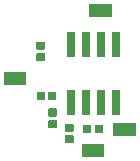
<source format=gts>
G04 #@! TF.GenerationSoftware,KiCad,Pcbnew,(5.1.2)-2*
G04 #@! TF.CreationDate,2019-08-09T03:14:28-07:00*
G04 #@! TF.ProjectId,noncontact_electrode,6e6f6e63-6f6e-4746-9163-745f656c6563,rev?*
G04 #@! TF.SameCoordinates,Original*
G04 #@! TF.FileFunction,Soldermask,Top*
G04 #@! TF.FilePolarity,Negative*
%FSLAX46Y46*%
G04 Gerber Fmt 4.6, Leading zero omitted, Abs format (unit mm)*
G04 Created by KiCad (PCBNEW (5.1.2)-2) date 2019-08-09 03:14:28*
%MOMM*%
%LPD*%
G04 APERTURE LIST*
%ADD10C,0.100000*%
G04 APERTURE END LIST*
D10*
G36*
X100646000Y-106850000D02*
G01*
X98744000Y-106850000D01*
X98744000Y-105748000D01*
X100646000Y-105748000D01*
X100646000Y-106850000D01*
X100646000Y-106850000D01*
G37*
G36*
X97944938Y-105043716D02*
G01*
X97965557Y-105049971D01*
X97984553Y-105060124D01*
X98001208Y-105073792D01*
X98014876Y-105090447D01*
X98025029Y-105109443D01*
X98031284Y-105130062D01*
X98034000Y-105157640D01*
X98034000Y-105616360D01*
X98031284Y-105643938D01*
X98025029Y-105664557D01*
X98014876Y-105683553D01*
X98001208Y-105700208D01*
X97984553Y-105713876D01*
X97965557Y-105724029D01*
X97944938Y-105730284D01*
X97917360Y-105733000D01*
X97408640Y-105733000D01*
X97381062Y-105730284D01*
X97360443Y-105724029D01*
X97341447Y-105713876D01*
X97324792Y-105700208D01*
X97311124Y-105683553D01*
X97300971Y-105664557D01*
X97294716Y-105643938D01*
X97292000Y-105616360D01*
X97292000Y-105157640D01*
X97294716Y-105130062D01*
X97300971Y-105109443D01*
X97311124Y-105090447D01*
X97324792Y-105073792D01*
X97341447Y-105060124D01*
X97360443Y-105049971D01*
X97381062Y-105043716D01*
X97408640Y-105041000D01*
X97917360Y-105041000D01*
X97944938Y-105043716D01*
X97944938Y-105043716D01*
G37*
G36*
X103313000Y-105072000D02*
G01*
X101411000Y-105072000D01*
X101411000Y-103970000D01*
X103313000Y-103970000D01*
X103313000Y-105072000D01*
X103313000Y-105072000D01*
G37*
G36*
X100413938Y-104152716D02*
G01*
X100434557Y-104158971D01*
X100453553Y-104169124D01*
X100470208Y-104182792D01*
X100483876Y-104199447D01*
X100494029Y-104218443D01*
X100500284Y-104239062D01*
X100503000Y-104266640D01*
X100503000Y-104775360D01*
X100500284Y-104802938D01*
X100494029Y-104823557D01*
X100483876Y-104842553D01*
X100470208Y-104859208D01*
X100453553Y-104872876D01*
X100434557Y-104883029D01*
X100413938Y-104889284D01*
X100386360Y-104892000D01*
X99927640Y-104892000D01*
X99900062Y-104889284D01*
X99879443Y-104883029D01*
X99860447Y-104872876D01*
X99843792Y-104859208D01*
X99830124Y-104842553D01*
X99819971Y-104823557D01*
X99813716Y-104802938D01*
X99811000Y-104775360D01*
X99811000Y-104266640D01*
X99813716Y-104239062D01*
X99819971Y-104218443D01*
X99830124Y-104199447D01*
X99843792Y-104182792D01*
X99860447Y-104169124D01*
X99879443Y-104158971D01*
X99900062Y-104152716D01*
X99927640Y-104150000D01*
X100386360Y-104150000D01*
X100413938Y-104152716D01*
X100413938Y-104152716D01*
G37*
G36*
X99443938Y-104152716D02*
G01*
X99464557Y-104158971D01*
X99483553Y-104169124D01*
X99500208Y-104182792D01*
X99513876Y-104199447D01*
X99524029Y-104218443D01*
X99530284Y-104239062D01*
X99533000Y-104266640D01*
X99533000Y-104775360D01*
X99530284Y-104802938D01*
X99524029Y-104823557D01*
X99513876Y-104842553D01*
X99500208Y-104859208D01*
X99483553Y-104872876D01*
X99464557Y-104883029D01*
X99443938Y-104889284D01*
X99416360Y-104892000D01*
X98957640Y-104892000D01*
X98930062Y-104889284D01*
X98909443Y-104883029D01*
X98890447Y-104872876D01*
X98873792Y-104859208D01*
X98860124Y-104842553D01*
X98849971Y-104823557D01*
X98843716Y-104802938D01*
X98841000Y-104775360D01*
X98841000Y-104266640D01*
X98843716Y-104239062D01*
X98849971Y-104218443D01*
X98860124Y-104199447D01*
X98873792Y-104182792D01*
X98890447Y-104169124D01*
X98909443Y-104158971D01*
X98930062Y-104152716D01*
X98957640Y-104150000D01*
X99416360Y-104150000D01*
X99443938Y-104152716D01*
X99443938Y-104152716D01*
G37*
G36*
X97944938Y-104073716D02*
G01*
X97965557Y-104079971D01*
X97984553Y-104090124D01*
X98001208Y-104103792D01*
X98014876Y-104120447D01*
X98025029Y-104139443D01*
X98031284Y-104160062D01*
X98034000Y-104187640D01*
X98034000Y-104646360D01*
X98031284Y-104673938D01*
X98025029Y-104694557D01*
X98014876Y-104713553D01*
X98001208Y-104730208D01*
X97984553Y-104743876D01*
X97965557Y-104754029D01*
X97944938Y-104760284D01*
X97917360Y-104763000D01*
X97408640Y-104763000D01*
X97381062Y-104760284D01*
X97360443Y-104754029D01*
X97341447Y-104743876D01*
X97324792Y-104730208D01*
X97311124Y-104713553D01*
X97300971Y-104694557D01*
X97294716Y-104673938D01*
X97292000Y-104646360D01*
X97292000Y-104187640D01*
X97294716Y-104160062D01*
X97300971Y-104139443D01*
X97311124Y-104120447D01*
X97324792Y-104103792D01*
X97341447Y-104090124D01*
X97360443Y-104079971D01*
X97381062Y-104073716D01*
X97408640Y-104071000D01*
X97917360Y-104071000D01*
X97944938Y-104073716D01*
X97944938Y-104073716D01*
G37*
G36*
X96547938Y-103750716D02*
G01*
X96568557Y-103756971D01*
X96587553Y-103767124D01*
X96604208Y-103780792D01*
X96617876Y-103797447D01*
X96628029Y-103816443D01*
X96634284Y-103837062D01*
X96637000Y-103864640D01*
X96637000Y-104323360D01*
X96634284Y-104350938D01*
X96628029Y-104371557D01*
X96617876Y-104390553D01*
X96604208Y-104407208D01*
X96587553Y-104420876D01*
X96568557Y-104431029D01*
X96547938Y-104437284D01*
X96520360Y-104440000D01*
X96011640Y-104440000D01*
X95984062Y-104437284D01*
X95963443Y-104431029D01*
X95944447Y-104420876D01*
X95927792Y-104407208D01*
X95914124Y-104390553D01*
X95903971Y-104371557D01*
X95897716Y-104350938D01*
X95895000Y-104323360D01*
X95895000Y-103864640D01*
X95897716Y-103837062D01*
X95903971Y-103816443D01*
X95914124Y-103797447D01*
X95927792Y-103780792D01*
X95944447Y-103767124D01*
X95963443Y-103756971D01*
X95984062Y-103750716D01*
X96011640Y-103748000D01*
X96520360Y-103748000D01*
X96547938Y-103750716D01*
X96547938Y-103750716D01*
G37*
G36*
X96547938Y-102780716D02*
G01*
X96568557Y-102786971D01*
X96587553Y-102797124D01*
X96604208Y-102810792D01*
X96617876Y-102827447D01*
X96628029Y-102846443D01*
X96634284Y-102867062D01*
X96637000Y-102894640D01*
X96637000Y-103353360D01*
X96634284Y-103380938D01*
X96628029Y-103401557D01*
X96617876Y-103420553D01*
X96604208Y-103437208D01*
X96587553Y-103450876D01*
X96568557Y-103461029D01*
X96547938Y-103467284D01*
X96520360Y-103470000D01*
X96011640Y-103470000D01*
X95984062Y-103467284D01*
X95963443Y-103461029D01*
X95944447Y-103450876D01*
X95927792Y-103437208D01*
X95914124Y-103420553D01*
X95903971Y-103401557D01*
X95897716Y-103380938D01*
X95895000Y-103353360D01*
X95895000Y-102894640D01*
X95897716Y-102867062D01*
X95903971Y-102846443D01*
X95914124Y-102827447D01*
X95927792Y-102810792D01*
X95944447Y-102797124D01*
X95963443Y-102786971D01*
X95984062Y-102780716D01*
X96011640Y-102778000D01*
X96520360Y-102778000D01*
X96547938Y-102780716D01*
X96547938Y-102780716D01*
G37*
G36*
X98120400Y-103327400D02*
G01*
X97459600Y-103327400D01*
X97459600Y-101244200D01*
X98120400Y-101244200D01*
X98120400Y-103327400D01*
X98120400Y-103327400D01*
G37*
G36*
X99390400Y-103327400D02*
G01*
X98729600Y-103327400D01*
X98729600Y-101244200D01*
X99390400Y-101244200D01*
X99390400Y-103327400D01*
X99390400Y-103327400D01*
G37*
G36*
X100660400Y-103327400D02*
G01*
X99999600Y-103327400D01*
X99999600Y-101244200D01*
X100660400Y-101244200D01*
X100660400Y-103327400D01*
X100660400Y-103327400D01*
G37*
G36*
X101930400Y-103327400D02*
G01*
X101269600Y-103327400D01*
X101269600Y-101244200D01*
X101930400Y-101244200D01*
X101930400Y-103327400D01*
X101930400Y-103327400D01*
G37*
G36*
X95506938Y-101358716D02*
G01*
X95527557Y-101364971D01*
X95546553Y-101375124D01*
X95563208Y-101388792D01*
X95576876Y-101405447D01*
X95587029Y-101424443D01*
X95593284Y-101445062D01*
X95596000Y-101472640D01*
X95596000Y-101981360D01*
X95593284Y-102008938D01*
X95587029Y-102029557D01*
X95576876Y-102048553D01*
X95563208Y-102065208D01*
X95546553Y-102078876D01*
X95527557Y-102089029D01*
X95506938Y-102095284D01*
X95479360Y-102098000D01*
X95020640Y-102098000D01*
X94993062Y-102095284D01*
X94972443Y-102089029D01*
X94953447Y-102078876D01*
X94936792Y-102065208D01*
X94923124Y-102048553D01*
X94912971Y-102029557D01*
X94906716Y-102008938D01*
X94904000Y-101981360D01*
X94904000Y-101472640D01*
X94906716Y-101445062D01*
X94912971Y-101424443D01*
X94923124Y-101405447D01*
X94936792Y-101388792D01*
X94953447Y-101375124D01*
X94972443Y-101364971D01*
X94993062Y-101358716D01*
X95020640Y-101356000D01*
X95479360Y-101356000D01*
X95506938Y-101358716D01*
X95506938Y-101358716D01*
G37*
G36*
X96476938Y-101358716D02*
G01*
X96497557Y-101364971D01*
X96516553Y-101375124D01*
X96533208Y-101388792D01*
X96546876Y-101405447D01*
X96557029Y-101424443D01*
X96563284Y-101445062D01*
X96566000Y-101472640D01*
X96566000Y-101981360D01*
X96563284Y-102008938D01*
X96557029Y-102029557D01*
X96546876Y-102048553D01*
X96533208Y-102065208D01*
X96516553Y-102078876D01*
X96497557Y-102089029D01*
X96476938Y-102095284D01*
X96449360Y-102098000D01*
X95990640Y-102098000D01*
X95963062Y-102095284D01*
X95942443Y-102089029D01*
X95923447Y-102078876D01*
X95906792Y-102065208D01*
X95893124Y-102048553D01*
X95882971Y-102029557D01*
X95876716Y-102008938D01*
X95874000Y-101981360D01*
X95874000Y-101472640D01*
X95876716Y-101445062D01*
X95882971Y-101424443D01*
X95893124Y-101405447D01*
X95906792Y-101388792D01*
X95923447Y-101375124D01*
X95942443Y-101364971D01*
X95963062Y-101358716D01*
X95990640Y-101356000D01*
X96449360Y-101356000D01*
X96476938Y-101358716D01*
X96476938Y-101358716D01*
G37*
G36*
X94042000Y-100754000D02*
G01*
X92140000Y-100754000D01*
X92140000Y-99652000D01*
X94042000Y-99652000D01*
X94042000Y-100754000D01*
X94042000Y-100754000D01*
G37*
G36*
X95531938Y-98081716D02*
G01*
X95552557Y-98087971D01*
X95571553Y-98098124D01*
X95588208Y-98111792D01*
X95601876Y-98128447D01*
X95612029Y-98147443D01*
X95618284Y-98168062D01*
X95621000Y-98195640D01*
X95621000Y-98654360D01*
X95618284Y-98681938D01*
X95612029Y-98702557D01*
X95601876Y-98721553D01*
X95588208Y-98738208D01*
X95571553Y-98751876D01*
X95552557Y-98762029D01*
X95531938Y-98768284D01*
X95504360Y-98771000D01*
X94995640Y-98771000D01*
X94968062Y-98768284D01*
X94947443Y-98762029D01*
X94928447Y-98751876D01*
X94911792Y-98738208D01*
X94898124Y-98721553D01*
X94887971Y-98702557D01*
X94881716Y-98681938D01*
X94879000Y-98654360D01*
X94879000Y-98195640D01*
X94881716Y-98168062D01*
X94887971Y-98147443D01*
X94898124Y-98128447D01*
X94911792Y-98111792D01*
X94928447Y-98098124D01*
X94947443Y-98087971D01*
X94968062Y-98081716D01*
X94995640Y-98079000D01*
X95504360Y-98079000D01*
X95531938Y-98081716D01*
X95531938Y-98081716D01*
G37*
G36*
X99390400Y-98399800D02*
G01*
X98729600Y-98399800D01*
X98729600Y-96316600D01*
X99390400Y-96316600D01*
X99390400Y-98399800D01*
X99390400Y-98399800D01*
G37*
G36*
X101930400Y-98399800D02*
G01*
X101269600Y-98399800D01*
X101269600Y-96316600D01*
X101930400Y-96316600D01*
X101930400Y-98399800D01*
X101930400Y-98399800D01*
G37*
G36*
X100660400Y-98399800D02*
G01*
X99999600Y-98399800D01*
X99999600Y-96316600D01*
X100660400Y-96316600D01*
X100660400Y-98399800D01*
X100660400Y-98399800D01*
G37*
G36*
X98120400Y-98399800D02*
G01*
X97459600Y-98399800D01*
X97459600Y-96316600D01*
X98120400Y-96316600D01*
X98120400Y-98399800D01*
X98120400Y-98399800D01*
G37*
G36*
X95531938Y-97111716D02*
G01*
X95552557Y-97117971D01*
X95571553Y-97128124D01*
X95588208Y-97141792D01*
X95601876Y-97158447D01*
X95612029Y-97177443D01*
X95618284Y-97198062D01*
X95621000Y-97225640D01*
X95621000Y-97684360D01*
X95618284Y-97711938D01*
X95612029Y-97732557D01*
X95601876Y-97751553D01*
X95588208Y-97768208D01*
X95571553Y-97781876D01*
X95552557Y-97792029D01*
X95531938Y-97798284D01*
X95504360Y-97801000D01*
X94995640Y-97801000D01*
X94968062Y-97798284D01*
X94947443Y-97792029D01*
X94928447Y-97781876D01*
X94911792Y-97768208D01*
X94898124Y-97751553D01*
X94887971Y-97732557D01*
X94881716Y-97711938D01*
X94879000Y-97684360D01*
X94879000Y-97225640D01*
X94881716Y-97198062D01*
X94887971Y-97177443D01*
X94898124Y-97158447D01*
X94911792Y-97141792D01*
X94928447Y-97128124D01*
X94947443Y-97117971D01*
X94968062Y-97111716D01*
X94995640Y-97109000D01*
X95504360Y-97109000D01*
X95531938Y-97111716D01*
X95531938Y-97111716D01*
G37*
G36*
X101281000Y-95039000D02*
G01*
X99379000Y-95039000D01*
X99379000Y-93937000D01*
X101281000Y-93937000D01*
X101281000Y-95039000D01*
X101281000Y-95039000D01*
G37*
M02*

</source>
